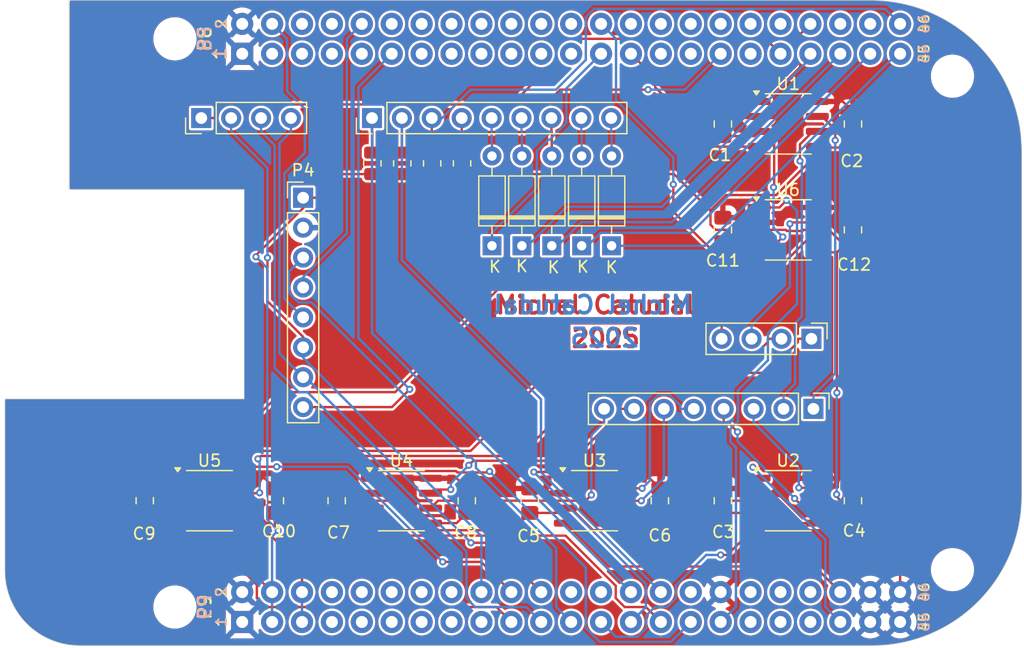
<source format=kicad_pcb>
(kicad_pcb (version 20240108) (generator "pcbnew") (generator_version "8.0")
  (title_block (date "2023-09-10"))
  (layers (0 "F.Cu" signal) (31 "B.Cu" signal) (34 "B.Paste" user) (35 "F.Paste" user) (36 "B.SilkS" user "B.Silkscreen") (37 "F.SilkS" user "F.Silkscreen") (38 "B.Mask" user) (39 "F.Mask" user) (44 "Edge.Cuts" user))
  (net 0 "")
  (net 1 "GND")
  (net 2 "+3.3V")
  (net 3 "+5V")
  (net 4 "/Key_out1")
  (net 5 "Net-(D1-A)")
  (net 6 "Net-(D2-A)")
  (net 7 "/Key_out2")
  (net 8 "/Key_out3")
  (net 9 "Net-(D3-A)")
  (net 10 "/Key_out4")
  (net 11 "Net-(D4-A)")
  (net 12 "/Key_out5")
  (net 13 "Net-(D5-A)")
  (net 14 "/LCD_CLK")
  (net 17 "Net-(J17A-MCAN11_TX{slash}GPIO0_70)")
  (net 19 "Net-(J17B-MCAN2_TX{slash}SPI2_CS0{slash}GPIO0_123)")
  (net 20 "Net-(J17B-MCAN0_RX{slash}I2C2_SCL{slash}GPIO1_2)")
  (net 24 "/Key_in3")
  (net 25 "Net-(J17B-MCAN3_RX{slash}SPI2_D0{slash}GPIO0_127)")
  (net 27 "Net-(J17B-MCAN10_TX{slash}SPI7_CLK{slash}GPIO1_12)")
  (net 28 "/SD_CS")
  (net 30 "/Key_in4")
  (net 31 "Net-(J17A-MCAN11_RX{slash}GPIO0_71)")
  (net 32 "/LCD MOSI")
  (net 33 "/LCD_CS")
  (net 34 "Net-(J17B-MCAN0_TX{slash}I2C2_SDA{slash}GPIO1_2)")
  (net 36 "/LCD_A0")
  (net 37 "Net-(J17A-PRG0_PWM0_B2{slash}GPIO0_60)")
  (net 38 "Net-(J17B-MCAN2_TX{slash}SPI2_CLK{slash}GPIO0_46)")
  (net 39 "Net-(J17A-MCAN9_RX{slash}GPIO0_51)")
  (net 41 "/LCD_RESET")
  (net 42 "/Key_in1")
  (net 43 "Net-(J17B-MCAN9_TX{slash}GPIO0_50)")
  (net 44 "/Key_in2")
  (net 46 "Net-(J17B-MCAN10_RX{slash}SPI7_D1{slash}GPIO1_14)")
  (net 47 "Net-(J17B-MCAN3_TX{slash}SPI2_D1{slash}GPIO1_0)")
  (net 48 "/SD_MISO")
  (net 50 "Net-(P1-Pin_5)")
  (net 51 "Net-(P1-Pin_6)")
  (net 52 "Net-(P1-Pin_4)")
  (net 53 "Net-(P1-Pin_1)")
  (net 54 "Net-(P1-Pin_3)")
  (net 55 "Net-(P1-Pin_2)")
  (net 56 "Net-(P1-Pin_8)")
  (net 57 "Net-(P1-Pin_7)")
  (net 59 "Net-(P2-Pin_3)")
  (net 62 "Net-(P2-Pin_4)")
  (net 63 "Net-(P2-Pin_1)")
  (net 65 "Net-(P2-Pin_2)")
  (footprint "Package_SO:SOIC-8_3.9x4.9mm_P1.27mm" (layer "F.Cu") (at 171.85 97)
    (property "Reference" "U6")
    (property "Value" "MCP2562")
  )
  (footprint "Connector_PinHeader_2.54mm:PinHeader_1x04_P2.54mm_Vertical" (layer "F.Cu") (at 173.82 106.25 -90)
    (property "Reference" "P2" (hide yes))
    (property "Value" "CAN_Group2")
  )
  (footprint "Capacitor_SMD:C_0805_2012Metric_Pad1.18x1.45mm_HandSolder" (layer "F.Cu") (at 117.2 120 90)
    (property "Reference" "C9")
    (property "Value" "0.1uF")
  )
  (footprint "Diode_THT:D_DO-35_SOD27_P7.62mm_Horizontal" (layer "F.Cu") (at 151.77 98.35 90)
    (property "Reference" "D3" (hide yes))
    (property "Value" "1N4448" (hide yes))
  )
  (footprint "Package_SO:SOIC-8_3.9x4.9mm_P1.27mm" (layer "F.Cu") (at 122.7 120)
    (property "Reference" "U5")
    (property "Value" "MCP2562")
  )
  (footprint "Connector_PinHeader_2.54mm:PinHeader_1x08_P2.54mm_Vertical" (layer "F.Cu") (at 130.65 94.27)
    (property "Reference" "P4")
    (property "Value" "LCD")
  )
  (footprint "Connector_PinHeader_2.54mm:PinHeader_1x04_P2.54mm_Vertical" (layer "F.Cu") (at 122 87.5 90)
    (property "Reference" "P3" (hide yes))
    (property "Value" "SD Card")
  )
  (footprint "Capacitor_SMD:C_0805_2012Metric_Pad1.18x1.45mm_HandSolder" (layer "F.Cu") (at 160.95 120 -90)
    (property "Reference" "C6")
    (property "Value" "0.1uF")
  )
  (footprint "Capacitor_SMD:C_0805_2012Metric_Pad1.18x1.45mm_HandSolder" (layer "F.Cu") (at 177.35 88 -90)
    (property "Reference" "C2")
    (property "Value" "0.1uF")
  )
  (footprint "Capacitor_SMD:C_0805_2012Metric_Pad1.18x1.45mm_HandSolder" (layer "F.Cu") (at 144.55 120 -90)
    (property "Reference" "C8")
    (property "Value" "0.1uF")
  )
  (footprint "Capacitor_SMD:C_0805_2012Metric_Pad1.18x1.45mm_HandSolder" (layer "F.Cu") (at 133.5 120 90)
    (property "Reference" "C7")
    (property "Value" "0.1uF")
  )
  (footprint "Diode_THT:D_DO-35_SOD27_P7.62mm_Horizontal" (layer "F.Cu") (at 154.31 98.35 90)
    (property "Reference" "D4" (hide yes))
    (property "Value" "1N4448" (hide yes))
  )
  (footprint "Capacitor_SMD:C_0805_2012Metric_Pad1.18x1.45mm_HandSolder" (layer "F.Cu") (at 166.3 88 90)
    (property "Reference" "C1")
    (property "Value" "0.1uF")
  )
  (footprint "Capacitor_SMD:C_0805_2012Metric_Pad1.18x1.45mm_HandSolder" (layer "F.Cu") (at 128.25 120 -90)
    (property "Reference" "C10")
    (property "Value" "0.1uF")
  )
  (footprint "Diode_THT:D_DO-35_SOD27_P7.62mm_Horizontal" (layer "F.Cu") (at 146.69 98.35 90)
    (property "Reference" "D1" (hide yes))
    (property "Value" "1N4448" (hide yes))
  )
  (footprint "Capacitor_SMD:C_0805_2012Metric_Pad1.18x1.45mm_HandSolder" (layer "F.Cu") (at 166.3 97 90)
    (property "Reference" "C11")
    (property "Value" "0.1uF")
  )
  (footprint "Package_SO:SOIC-8_3.9x4.9mm_P1.27mm" (layer "F.Cu") (at 155.4 120)
    (property "Reference" "U3")
    (property "Value" "MCP2562")
  )
  (footprint "Resistor_SMD:R_0805_2012Metric" (layer "F.Cu") (at 141.61 91.35 90)
    (property "Reference" "R3" (hide yes))
    (property "Value" "10k" (hide yes))
  )
  (footprint "Resistor_SMD:R_0805_2012Metric" (layer "F.Cu") (at 144.15 91.35 90)
    (property "Reference" "R4" (hide yes))
    (property "Value" "10k" (hide yes))
  )
  (footprint "Capacitor_SMD:C_0805_2012Metric_Pad1.18x1.45mm_HandSolder" (layer "F.Cu") (at 149.9 120 90)
    (property "Reference" "C5")
    (property "Value" "0.1uF")
  )
  (footprint "Connector_PinHeader_2.54mm:PinHeader_1x08_P2.54mm_Vertical" (layer "F.Cu") (at 173.99 112.2 -90)
    (property "Reference" "P1" (hide yes))
    (property "Value" "CAN_Group1")
  )
  (footprint "Resistor_SMD:R_0805_2012Metric" (layer "F.Cu") (at 139.07 91.35 90)
    (property "Reference" "R2" (hide yes))
    (property "Value" "10k" (hide yes))
  )
  (footprint "Package_SO:SOIC-8_3.9x4.9mm_P1.27mm" (layer "F.Cu") (at 171.85 88)
    (property "Reference" "U1")
    (property "Value" "MCP2562")
  )
  (footprint "Package_SO:SOIC-8_3.9x4.9mm_P1.27mm" (layer "F.Cu") (at 171.85 120)
    (property "Reference" "U2")
    (property "Value" "MCP2562")
  )
  (footprint "Diode_THT:D_DO-35_SOD27_P7.62mm_Horizontal" (layer "F.Cu") (at 149.23 98.35 90)
    (property "Reference" "D2" (hide yes))
    (property "Value" "1N4448" (hide yes))
  )
  (footprint "Diode_THT:D_DO-35_SOD27_P7.62mm_Horizontal" (layer "F.Cu") (at 156.85 98.35 90)
    (property "Reference" "D5" (hide yes))
    (property "Value" "1N4448" (hide yes))
  )
  (footprint "Connector_PinHeader_2.54mm:PinHeader_1x09_P2.54mm_Vertical" (layer "F.Cu") (at 136.5 87.5 90)
    (property "Reference" "P5" (hide yes))
    (property "Value" "Keypad")
  )
  (footprint "Capacitor_SMD:C_0805_2012Metric_Pad1.18x1.45mm_HandSolder" (layer "F.Cu") (at 177.35 97 -90)
    (property "Reference" "C12")
    (property "Value" "0.1uF")
  )
  (footprint "Package_SO:SOIC-8_3.9x4.9mm_P1.27mm" (layer "F.Cu") (at 139 120)
    (property "Reference" "U4")
    (property "Value" "MCP2562")
  )
  (footprint "Resistor_SMD:R_0805_2012Metric" (layer "F.Cu") (at 136.53 91.35 90)
    (property "Reference" "R1" (hide yes))
    (property "Value" "10k" (hide yes))
  )
  (footprint "Capacitor_SMD:C_0805_2012Metric_Pad1.18x1.45mm_HandSolder" (layer "F.Cu") (at 166.3 120 90)
    (property "Reference" "C3")
    (property "Value" "0.1uF")
  )
  (footprint "Capacitor_SMD:C_0805_2012Metric_Pad1.18x1.45mm_HandSolder" (layer "F.Cu") (at 177.35 120 -90)
    (property "Reference" "C4")
    (property "Value" "0.1uF")
  )
  (footprint "catu:BEAGLE_BONE_BLACK_CAPE" (layer "F.Cu") (at 105.156 132.207)
    (property "Reference" "J17" (hide yes))
    (property "Value" "Beaglebone_AI64" (hide yes))
  )
  (gr_line (start 105.3211 125.9586) (end 105.3211 111.3536) (stroke (width 0.05)) (layer "Edge.Cuts"))
  (gr_line (start 110.75 93.5736) (end 110.75 77.5) (stroke (width 0.05)) (layer "Edge.Cuts"))
  (gr_line (start 125.6411 93.5736) (end 110.75 93.5736) (stroke (width 0.05)) (layer "Edge.Cuts"))
  (gr_line (start 178.9811 132.3086) (end 111.6711 132.3086) (stroke (width 0.05)) (layer "Edge.Cuts"))
  (gr_arc (start 111.6711 132.3086) (mid 107.180972 130.448728) (end 105.3211 125.9586) (stroke (width 0.05)) (layer "Edge.Cuts"))
  (gr_line (start 191.6811 90.3986) (end 191.6811 119.6086) (stroke (width 0.05)) (layer "Edge.Cuts"))
  (gr_line (start 178.9811 77.5) (end 110.75 77.5) (stroke (width 0.05)) (layer "Edge.Cuts"))
  (gr_line (start 105.3211 111.3536) (end 125.6411 111.3536) (stroke (width 0.05)) (layer "Edge.Cuts"))
  (gr_line (start 125.6411 111.3536) (end 125.6411 93.5736) (stroke (width 0.05)) (layer "Edge.Cuts"))
  (gr_arc (start 191.6811 119.6086) (mid 187.961356 128.588856) (end 178.9811 132.3086) (stroke (width 0.05)) (layer "Edge.Cuts"))
  (gr_arc (start 178.9811 77.5) (mid 188.002488 81.319044) (end 191.6811 90.3986) (stroke (width 0.05)) (layer "Edge.Cuts"))
  (gr_text "Michel Catudal" (at 146.85 104.25 -0) (layer "F.Cu") (effects (font (size 1.5 1.5) (thickness 0.3) (bold yes)) (justify left bottom)))
  (gr_text "2025" (at 153.3 107.1 -0) (layer "F.Cu") (effects (font (size 1.5 1.5) (thickness 0.3) (bold yes)) (justify left bottom)))
  (gr_text "2025" (at 159.3 107.05 0) (layer "B.Cu") (effects (font (size 1.5 1.5) (thickness 0.3) (bold yes)) (justify left bottom mirror)))
  (gr_text "Michel Catudal" (at 163.85 104.25 0) (layer "B.Cu") (effects (font (size 1.5 1.5) (thickness 0.3) (bold yes)) (justify left bottom mirror)))
  (segment (start 169.375 119.365) (end 170.35 119.365) (width 0.2) (layer "F.Cu") (net 1))
  (segment (start 177.35 95.9625) (end 178.378 96.9907) (width 0.2) (layer "F.Cu") (net 1))
  (segment (start 125.175 118.095) (end 127.382 118.095) (width 0.2) (layer "F.Cu") (net 1))
  (segment (start 123.655 118.095) (end 125.175 118.095) (width 0.2) (layer "F.Cu") (net 1))
  (segment (start 166.3 86.9625) (end 167.412 86.9625) (width 0.2) (layer "F.Cu") (net 1))
  (segment (start 167.412 86.9625) (end 167.75 87.3) (width 0.2) (layer "F.Cu") (net 1))
  (segment (start 153.9 119.365) (end 155.17 118.095) (width 0.2) (layer "F.Cu") (net 1))
  (segment (start 181.356 122.968) (end 181.356 127.762) (width 0.2) (layer "F.Cu") (net 1))
  (segment (start 167.75 87.3) (end 167.9 87.3) (width 0.2) (layer "F.Cu") (net 1))
  (segment (start 138.77 118.095) (end 141.475 118.095) (width 0.2) (layer "F.Cu") (net 1))
  (segment (start 177.35 86.9625) (end 178.378 87.9907) (width 0.2) (layer "F.Cu") (net 1))
  (segment (start 155.17 118.095) (end 157.875 118.095) (width 0.2) (layer "F.Cu") (net 1))
  (segment (start 136.525 119.365) (end 137.5 119.365) (width 0.2) (layer "F.Cu") (net 1))
  (segment (start 152.925 119.365) (end 153.9 119.365) (width 0.2) (layer "F.Cu") (net 1))
  (segment (start 160.082 118.095) (end 160.95 118.962) (width 0.2) (layer "F.Cu") (net 1))
  (segment (start 171.62 86.095) (end 174.325 86.095) (width 0.2) (layer "F.Cu") (net 1))
  (segment (start 176.482 95.095) (end 177.35 95.9625) (width 0.2) (layer "F.Cu") (net 1))
  (segment (start 167.9 87.3) (end 167.965 87.365) (width 0.2) (layer "F.Cu") (net 1))
  (segment (start 174.325 95.095) (end 176.482 95.095) (width 0.2) (layer "F.Cu") (net 1))
  (segment (start 171.62 118.095) (end 174.325 118.095) (width 0.2) (layer "F.Cu") (net 1))
  (segment (start 160.95 118.962) (end 168.972 118.962) (width 0.2) (layer "F.Cu") (net 1))
  (segment (start 119.822 118.962) (end 120.225 119.365) (width 0.2) (layer "F.Cu") (net 1))
  (segment (start 151.65 119.45) (end 151.735 119.365) (width 0.2) (layer "F.Cu") (net 1))
  (segment (start 166.3 95.9625) (end 167.362 95.9625) (width 0.2) (layer "F.Cu") (net 1))
  (segment (start 134.612 118.962) (end 135.15 119.5) (width 0.2) (layer "F.Cu") (net 1))
  (segment (start 135.485 119.365) (end 136.525 119.365) (width 0.2) (layer "F.Cu") (net 1))
  (segment (start 120.225 119.365) (end 122.385 119.365) (width 0.2) (layer "F.Cu") (net 1))
  (segment (start 176.482 118.095) (end 177.35 118.962) (width 0.2) (layer "F.Cu") (net 1))
  (segment (start 157.875 118.095) (end 160.082 118.095) (width 0.2) (layer "F.Cu") (net 1))
  (segment (start 178.378 87.9907) (end 178.378 94.9343) (width 0.2) (layer "F.Cu") (net 1))
  (segment (start 169.375 96.365) (end 171.085 96.365) (width 0.2) (layer "F.Cu") (net 1))
  (segment (start 167.95 96.4) (end 167.985 96.365) (width 0.2) (layer "F.Cu") (net 1))
  (segment (start 170.35 87.365) (end 171.62 86.095) (width 0.2) (layer "F.Cu") (net 1))
  (segment (start 174.325 86.095) (end 176.482 86.095) (width 0.2) (layer "F.Cu") (net 1))
  (segment (start 167.985 96.365) (end 169.375 96.365) (width 0.2) (layer "F.Cu") (net 1))
  (segment (start 137.5 119.365) (end 138.77 118.095) (width 0.2) (layer "F.Cu") (net 1))
  (segment (start 174.325 118.095) (end 176.482 118.095) (width 0.2) (layer "F.Cu") (net 1))
  (segment (start 122.385 119.365) (end 123.655 118.095) (width 0.2) (layer "F.Cu") (net 1))
  (segment (start 176.482 86.095) (end 177.35 86.9625) (width 0.2) (layer "F.Cu") (net 1))
  (segment (start 143.682 118.095) (end 144.55 118.962) (width 0.2) (layer "F.Cu") (net 1))
  (segment (start 127.382 118.095) (end 128.25 118.962) (width 0.2) (layer "F.Cu") (net 1))
  (segment (start 170.35 119.365) (end 171.62 118.095) (width 0.2) (layer "F.Cu") (net 1))
  (segment (start 178.378 117.934) (end 177.35 118.962) (width 0.2) (layer "F.Cu") (net 1))
  (segment (start 128.25 118.962) (end 134.612 118.962) (width 0.2) (layer "F.Cu") (net 1))
  (segment (start 171.085 96.365) (end 172.355 95.095) (width 0.2) (layer "F.Cu") (net 1))
  (segment (start 135.15 119.5) (end 135.35 119.5) (width 0.2) (layer "F.Cu") (net 1))
  (segment (start 135.35 119.5) (end 135.485 119.365) (width 0.2) (layer "F.Cu") (net 1))
  (segment (start 172.355 95.095) (end 174.325 95.095) (width 0.2) (layer "F.Cu") (net 1))
  (segment (start 168.972 118.962) (end 169.375 119.365) (width 0.2) (layer "F.Cu") (net 1))
  (segment (start 151.162 118.962) (end 151.65 119.45) (width 0.2) (layer "F.Cu") (net 1))
  (segment (start 178.378 94.9343) (end 177.35 95.9625) (width 0.2) (layer "F.Cu") (net 1))
  (segment (start 144.55 118.962) (end 151.162 118.962) (width 0.2) (layer "F.Cu") (net 1))
  (segment (start 177.35 118.962) (end 181.356 122.968) (width 0.2) (layer "F.Cu") (net 1))
  (segment (start 141.475 118.095) (end 143.682 118.095) (width 0.2) (layer "F.Cu") (net 1))
  (segment (start 117.2 118.962) (end 119.822 118.962) (width 0.2) (layer "F.Cu") (net 1))
  (segment (start 167.362 95.9625) (end 167.8 96.4) (width 0.2) (layer "F.Cu") (net 1))
  (segment (start 151.735 119.365) (end 152.925 119.365) (width 0.2) (layer "F.Cu") (net 1))
  (segment (start 178.378 96.9907) (end 178.378 117.934) (width 0.2) (layer "F.Cu") (net 1))
  (segment (start 167.965 87.365) (end 169.375 87.365) (width 0.2) (layer "F.Cu") (net 1))
  (segment (start 169.375 87.365) (end 170.35 87.365) (width 0.2) (layer "F.Cu") (net 1))
  (segment (start 167.8 96.4) (end 167.95 96.4) (width 0.2) (layer "F.Cu") (net 1))
  (segment (start 129.2875 120) (end 137.9404 120) (width 0.2) (layer "F.Cu") (net 2))
  (segment (start 139.07 92.2625) (end 136.53 92.2625) (width 0.2) (layer "F.Cu") (net 2))
  (segment (start 131.8034 94.27) (end 131.8049 94.27) (width 0.2) (layer "F.Cu") (net 2))
  (segment (start 177.35 121.0375) (end 175.9624 119.6499) (width 0.2) (layer "F.Cu") (net 2))
  (segment (start 141.61 92.2625) (end 144.15 92.2625) (width 0.2) (layer "F.Cu") (net 2))
  (segment (start 176.4825 121.905) (end 177.35 121.0375) (width 0.2) (layer "F.Cu") (net 2))
  (segment (start 170.827 94.0397) (end 166.5719 94.0397) (width 0.2) (layer "F.Cu") (net 2))
  (segment (start 139.07 92.2625) (end 141.61 92.2625) (width 0.2) (layer "F.Cu") (net 2))
  (segment (start 171.7343 97.0915) (end 171.6381 96.9953) (width 0.2) (layer "F.Cu") (net 2))
  (segment (start 174.4301 90.0101) (end 174.4301 90.4366) (width 0.2) (layer "F.Cu") (net 2))
  (segment (start 173.0663 97.0915) (end 171.7343 97.0915) (width 0.2) (layer "F.Cu") (net 2))
  (segment (start 176.3477 98.5428) (end 176.3477 98.0375) (width 0.2) (layer "F.Cu") (net 2))
  (segment (start 157.875 121.905) (end 160.0825 121.905) (width 0.2) (layer "F.Cu") (net 2))
  (segment (start 160.95 121.0375) (end 161.9875 120) (width 0.2) (layer "F.Cu") (net 2))
  (segment (start 174.4301 90.0101) (end 174.325 89.905) (width 0.2) (layer "F.Cu") (net 2))
  (segment (start 162.1483 92.2625) (end 144.15 92.2625) (width 0.2) (layer "F.Cu") (net 2))
  (segment (start 171.6381 96.9953) (end 165.6856 96.9953) (width 0.2) (layer "F.Cu") (net 2))
  (segment (start 128.5277 122.5325) (end 128.25 122.2548) (width 0.2) (layer "F.Cu") (net 2))
  (segment (start 166.5719 94.0397) (end 165.2487 95.3629) (width 0.2) (layer "F.Cu") (net 2))
  (segment (start 125.175 124.921) (end 125.175 121.905) (width 0.2) (layer "F.Cu") (net 2))
  (segment (start 161.9875 120) (end 170.9952 120) (width 0.2) (layer "F.Cu") (net 2))
  (segment (start 160.0825 121.905) (end 160.95 121.0375) (width 0.2) (layer "F.Cu") (net 2))
  (segment (start 143.6825 121.905) (end 141.475 121.905) (width 0.2) (layer "F.Cu") (net 2))
  (segment (start 170.9952 120) (end 172.9002 121.905) (width 0.2) (layer "F.Cu") (net 2))
  (segment (start 128.016 127.762) (end 125.175 124.921) (width 0.2) (layer "F.Cu") (net 2))
  (segment (start 176.3774 90.0101) (end 174.4301 90.0101) (width 0.2) (layer "F.Cu") (net 2))
  (segment (start 126.6418 99.1563) (end 126.6418 99.2834) (width 0.2) (layer "F.Cu") (net 2))
  (segment (start 176.3477 98.0375) (end 175.3102 97) (width 0.2) (layer "F.Cu") (net 2))
  (segment (start 175.9855 98.905) (end 176.3477 98.5428) (width 0.2) (layer "F.Cu") (net 2))
  (segment (start 130.65 94.27) (end 131.7033 94.27) (width 0.2) (layer "F.Cu") (net 2))
  (segment (start 175.9624 119.4653) (end 175.9623 119.4653) (width 0.2) (layer "F.Cu") (net 2))
  (segment (start 139.8454 121.905) (end 141.475 121.905) (width 0.2) (layer "F.Cu") (net 2))
  (segment (start 128.25 121.0375) (end 129.2875 120) (width 0.2) (layer "F.Cu") (net 2))
  (segment (start 165.2487 95.3629) (end 162.1483 92.2625) (width 0.2) (layer "F.Cu") (net 2))
  (segment (start 165.2487 96.5584) (end 165.2487 95.3629) (width 0.2) (layer "F.Cu") (net 2))
  (segment (start 130.65 94.27) (end 130.65 95.1481) (width 0.2) (layer "F.Cu") (net 2))
  (segment (start 174.4301 90.4366) (end 170.827 94.0397) (width 0.2) (layer "F.Cu") (net 2))
  (segment (start 175.9855 110.8305) (end 175.9855 98.905) (width 0.2) (layer "F.Cu") (net 2))
  (segment (start 176.3477 98.0375) (end 177.35 98.0375) (width 0.2) (layer "F.Cu") (net 2))
  (segment (start 174.325 121.905) (end 176.4825 121.905) (width 0.2) (layer "F.Cu") (net 2))
  (segment (start 136.53 92.2625) (end 133.8124 92.2625) (width 0.2) (layer "F.Cu") (net 2))
  (segment (start 175.3102 97) (end 173.1578 97) (width 0.2) (layer "F.Cu") (net 2))
  (segment (start 144.55 121.0375) (end 143.6825 121.905) (width 0.2) (layer "F.Cu") (net 2))
  (segment (start 131.7033 94.27) (end 131.8034 94.27) (width 0.2) (layer "F.Cu") (net 2))
  (segment (start 165.6856 96.9953) (end 165.2487 96.5584) (width 0.2) (layer "F.Cu") (net 2))
  (segment (start 128.25 122.2548) (end 128.25 121.0375) (width 0.2) (layer "F.Cu") (net 2))
  (segment (start 173.1578 97) (end 173.0663 97.0915) (width 0.2) (layer "F.Cu") (net 2))
  (segment (start 130.65 95.1481) (end 126.6418 99.1563) (width 0.2) (layer "F.Cu") (net 2))
  (segment (start 172.9002 121.905) (end 174.325 121.905) (width 0.2) (layer "F.Cu") (net 2))
  (segment (start 175.9624 119.6499) (end 175.9624 119.4653) (width 0.2) (layer "F.Cu") (net 2))
  (segment (start 137.9404 120) (end 139.8454 121.905) (width 0.2) (layer "F.Cu") (net 2))
  (segment (start 177.35 89.0375) (end 176.3774 90.0101) (width 0.2) (layer "F.Cu") (net 2))
  (segment (start 175.9855 98.905) (end 174.325 98.905) (width 0.2) (layer "F.Cu") (net 2))
  (segment (start 133.8124 92.2625) (end 131.8049 94.27) (width 0.2) (layer "F.Cu") (net 2))
  (via (at 175.9623 119.4653) (size 0.6) (drill 0.3) (layers "F.Cu" "B.Cu") (net 2))
  (via (at 126.6418 99.2834) (size 0.6) (drill 0.3) (layers "F.Cu" "B.Cu") (net 2))
  (via (at 128.5277 122.5325) (size 0.6) (drill 0.3) (layers "F.Cu" "B.Cu") (net 2))
  (via (at 175.9855 110.8305) (size 0.6) (drill 0.3) (layers "F.Cu" "B.Cu") (net 2))
  (segment (start 127.6077 100.2493) (end 126.6418 99.2834) (width 0.2) (layer "B.Cu") (net 2))
  (segment (start 175.9623 119.4653) (end 175.9623 110.8537) (width 0.2) (layer "B.Cu") (net 2))
  (segment (start 175.9623 110.8537) (end 175.9855 110.8305) (width 0.2) (layer "B.Cu") (net 2))
  (segment (start 128.016 127.762) (end 128.016 130.302) (width 0.2) (layer "B.Cu") (net 2))
  (segment (start 128.5277 122.5325) (end 128.016 123.0442) (width 0.2) (layer "B.Cu") (net 2))
  (segment (start 128.016 123.0442) (end 128.016 127.762) (width 0.2) (layer "B.Cu") (net 2))
  (segment (start 128.5277 122.5325) (end 127.6077 121.6125) (width 0.2) (layer "B.Cu") (net 2))
  (segment (start 127.6077 121.6125) (end 127.6077 100.2493) (width 0.2) (layer "B.Cu") (net 2))
  (segment (start 130.556 127.762) (end 130.556 123.9815) (width 0.2) (layer "F.Cu") (net 3))
  (segment (start 169.375 97.635) (end 168.9725 98.0375) (width 0.2) (layer "F.Cu") (net 3))
  (segment (start 133.5 121.0375) (end 136.1225 121.0375) (width 0.2) (layer "F.Cu") (net 3))
  (segment (start 164.8261 122.5114) (end 166.3 121.0375) (width 0.2) (layer "F.Cu") (net 3))
  (segment (start 130.556 123.9815) (end 128.9243 123.9815) (width 0.2) (layer "F.Cu") (net 3))
  (segment (start 120.86 121.27) (end 120.225 120.635) (width 0.2) (layer "F.Cu") (net 3))
  (segment (start 130.556 123.9815) (end 133.5 121.0375) (width 0.2) (layer "F.Cu") (net 3))
  (segment (start 170.6574 89.56) (end 170.6574 93.3331) (width 0.2) (layer "F.Cu") (net 3))
  (segment (start 149.9 121.0375) (end 152.5225 121.0375) (width 0.2) (layer "F.Cu") (net 3))
  (segment (start 128.9243 123.9815) (end 126.2128 121.27) (width 0.2) (layer "F.Cu") (net 3))
  (segment (start 169.838 100.0706) (end 149.1793 100.0706) (width 0.2) (layer "F.Cu") (net 3))
  (segment (start 136.525 120.635) (end 137.126 120.635) (width 0.2) (layer "F.Cu") (net 3))
  (segment (start 170.5772 98.4105) (end 170.6834 98.5168) (width 0.2) (layer "F.Cu") (net 3))
  (segment (start 126.2128 121.27) (end 120.86 121.27) (width 0.2) (layer "F.Cu") (net 3))
  (segment (start 115.7033 119.7045) (end 117.0363 121.0375) (width 0.2) (layer "F.Cu") (net 3))
  (segment (start 153.3973 120.635) (end 155.2737 122.5114) (width 0.2) (layer "F.Cu") (net 3))
  (segment (start 118.953 114.9106) (end 115.7033 118.1603) (width 0.2) (layer "F.Cu") (net 3))
  (segment (start 168.9725 98.0375) (end 166.3 98.0375) (width 0.2) (layer "F.Cu") (net 3))
  (segment (start 137.126 120.635) (end 139.0015 122.5105) (width 0.2) (layer "F.Cu") (net 3))
  (segment (start 115.7033 118.1603) (end 115.7033 119.7045) (width 0.2) (layer "F.Cu") (net 3))
  (segment (start 139.0015 122.5105) (end 148.427 122.5105) (width 0.2) (layer "F.Cu") (net 3))
  (segment (start 168.9725 121.0375) (end 169.375 120.635) (width 0.2) (layer "F.Cu") (net 3))
  (segment (start 168.9725 89.0375) (end 169.375 88.635) (width 0.2) (layer "F.Cu") (net 3))
  (segment (start 152.925 120.635) (end 153.3973 120.635) (width 0.2) (layer "F.Cu") (net 3))
  (segment (start 170.5772 98.4105) (end 169.8016 97.635) (width 0.2) (layer "F.Cu") (net 3))
  (segment (start 171.3875 97.6002) (end 170.5772 98.4105) (width 0.2) (layer "F.Cu") (net 3))
  (segment (start 166.3 89.0375) (end 168.9725 89.0375) (width 0.2) (layer "F.Cu") (net 3))
  (segment (start 117.6025 120.635) (end 117.2 121.0375) (width 0.2) (layer "F.Cu") (net 3))
  (segment (start 117.0363 121.0375) (end 117.2 121.0375) (width 0.2) (layer "F.Cu") (net 3))
  (segment (start 169.375 88.635) (end 169.7324 88.635) (width 0.2) (layer "F.Cu") (net 3))
  (segment (start 120.225 120.635) (end 117.6025 120.635) (width 0.2) (layer "F.Cu") (net 3))
  (segment (start 138.4699 110.78) (end 128.8041 110.78) (width 0.2) (layer "F.Cu") (net 3))
  (segment (start 166.3 121.0375) (end 168.9725 121.0375) (width 0.2) (layer "F.Cu") (net 3))
  (segment (start 170.6834 99.2252) (end 169.838 100.0706) (width 0.2) (layer "F.Cu") (net 3))
  (segment (start 152.5225 121.0375) (end 152.925 120.635) (width 0.2) (layer "F.Cu") (net 3))
  (segment (start 136.1225 121.0375) (end 136.525 120.635) (width 0.2) (layer "F.Cu") (net 3))
  (segment (start 128.8041 110.78) (end 124.6735 114.9106) (width 0.2) (layer "F.Cu") (net 3))
  (segment (start 155.2737 122.5114) (end 164.8261 122.5114) (width 0.2) (layer "F.Cu") (net 3))
  (segment (start 149.1793 100.0706) (end 138.4699 110.78) (width 0.2) (layer "F.Cu") (net 3))
  (segment (start 148.427 122.5105) (end 149.9 121.0375) (width 0.2) (layer "F.Cu") (net 3))
  (segment (start 170.6834 98.5168) (end 170.6834 99.2252) (width 0.2) (layer "F.Cu") (net 3))
  (segment (start 124.6735 114.9106) (end 118.953 114.9106) (width 0.2) (layer "F.Cu") (net 3))
  (segment (start 169.8016 97.635) (end 169.375 97.635) (width 0.2) (layer "F.Cu") (net 3))
  (segment (start 170.6574 93.3331) (end 170.604 93.3865) (width 0.2) (layer "F.Cu") (net 3))
  (segment (start 169.7324 88.635) (end 170.6574 89.56) (width 0.2) (layer "F.Cu") (net 3))
  (via (at 170.604 93.3865) (size 0.6) (drill 0.3) (layers "F.Cu" "B.Cu") (net 3))
  (via (at 171.3875 97.6002) (size 0.6) (drill 0.3) (layers "F.Cu" "B.Cu") (net 3))
  (segment (start 170.604 96.8167) (end 171.3875 97.6002) (width 0.2) (layer "B.Cu") (net 3))
  (segment (start 130.556 127.762) (end 130.556 130.302) (width 0.2) (layer "B.Cu") (net 3))
  (segment (start 170.604 93.3865) (end 170.604 96.8167) (width 0.2) (layer "B.Cu") (net 3))
  (segment (start 153.01 84.988) (end 153.01 87.9295) (width 0.2) (layer "B.Cu") (net 4))
  (segment (start 151.469 89.3319) (end 150.5 90.3009) (width 0.2) (layer "B.Cu") (net 4))
  (segment (start 155.956 82.042) (end 153.01 84.988) (width 0.2) (layer "B.Cu") (net 4))
  (segment (start 150.5 90.3009) (end 150.5 93.4351) (width 0.2) (layer "B.Cu") (net 4))
  (segment (start 153.01 87.9295) (end 151.6076 89.3319) (width 0.2) (layer "B.Cu") (net 4))
  (segment (start 146.69 98.35) (end 146.69 97.2451) (width 0.2) (layer "B.Cu") (net 4))
  (segment (start 151.6076 89.3319) (end 151.469 89.3319) (width 0.2) (layer "B.Cu") (net 4))
  (segment (start 150.5 93.4351) (end 146.69 97.2451) (width 0.2) (layer "B.Cu") (net 4))
  (segment (start 146.66 89.6051) (end 146.69 89.6351) (width 0.2) (layer "B.Cu") (net 5))
  (segment (start 146.69 90.74) (end 146.69 89.6351) (width 0.2) (layer "B.Cu") (net 5))
  (segment (start 146.66 87.5) (end 146.66 89.6051) (width 0.2) (layer "B.Cu") (net 5))
  (segment (start 149.23 88.6849) (end 149.23 90.73) (width 0.2) (layer "B.Cu") (net 6))
  (segment (start 149.2 88.6549) (end 149.23 88.6849) (width 0.2) (layer "B.Cu") (net 6))
  (segment (start 149.2 87.5) (end 149.2 88.6549) (width 0.2) (layer "B.Cu") (net 6))
  (segment (start 149.7306 98.35) (end 153.0457 95.0349) (width 0.2) (layer "B.Cu") (net 7))
  (segment (start 161.1219 95.0349) (end 173.736 82.4208) (width 0.2) (layer "B.Cu") (net 7))
  (segment (start 173.736 82.4208) (end 173.736 82.042) (width 0.2) (layer "B.Cu") (net 7))
  (segment (start 153.0457 95.0349) (end 161.1219 95.0349) (width 0.2) (layer "B.Cu") (net 7))
  (segment (start 149.23 98.35) (end 149.7306 98.35) (width 0.2) (layer "B.Cu") (net 7))
  (segment (start 152.2706 98.35) (end 151.77 98.35) (width 0.2) (layer "B.Cu") (net 8))
  (segment (start 161.9756 96.3424) (end 154.2782 96.3424) (width 0.2) (layer "B.Cu") (net 8))
  (segment (start 176.276 82.042) (end 161.9756 96.3424) (width 0.2) (layer "B.Cu") (net 8))
  (segment (start 154.2782 96.3424) (end 152.2706 98.35) (width 0.2) (layer "B.Cu") (net 8))
  (segment (start 151.74 87.5) (end 151.74 88.6549) (width 0.2) (layer "F.Cu") (net 9))
  (segment (start 151.74 88.6549) (end 151.77 88.6849) (width 0.2) (layer "F.Cu") (net 9))
  (segment (start 151.77 88.6849) (end 151.77 90.73) (width 0.2) (layer "F.Cu") (net 9))
  (segment (start 155.9155 97.2451) (end 154.8106 98.35) (width 0.2) (layer "B.Cu") (net 10))
  (segment (start 163.6129 97.2451) (end 155.9155 97.2451) (width 0.2) (layer "B.Cu") (net 10))
  (segment (start 154.8106 98.35) (end 154.31 98.35) (width 0.2) (layer "B.Cu") (net 10))
  (segment (start 178.816 82.042) (end 163.6129 97.2451) (width 0.2) (layer "B.Cu") (net 10))
  (segment (start 154.28 87.5) (end 154.28 88.6549) (width 0.2) (layer "B.Cu") (net 11))
  (segment (start 154.31 88.6849) (end 154.31 90.73) (width 0.2) (layer "B.Cu") (net 11))
  (segment (start 154.28 88.6549) (end 154.31 88.6849) (width 0.2) (layer "B.Cu") (net 11))
  (segment (start 181.356 82.042) (end 181.0931 82.042) (width 0.2) (layer "B.Cu") (net 12))
  (segment (start 164.7851 98.35) (end 157.9549 98.35) (width 0.2) (layer "B.Cu") (net 12))
  (segment (start 181.0931 82.042) (end 164.7851 98.35) (width 0.2) (layer "B.Cu") (net 12))
  (segment (start 156.85 98.35) (end 157.9549 98.35) (width 0.2) (layer "B.Cu") (net 12))
  (segment (start 156.85 88.6849) (end 156.85 90.73) (width 0.2) (layer "B.Cu") (net 13))
  (segment (start 156.82 87.5) (end 156.82 88.6549) (width 0.2) (layer "B.Cu") (net 13))
  (segment (start 156.82 88.6549) (end 156.85 88.6849) (width 0.2) (layer "B.Cu") (net 13))
  (segment (start 150.876 127.762) (end 146.6861 123.5721) (width 0.2) (layer "F.Cu") (net 14))
  (segment (start 146.6861 123.5721) (end 144.906 123.5721) (width 0.2) (layer "F.Cu") (net 14))
  (via (at 144.906 123.5721) (size 0.6) (drill 0.3) (layers "F.Cu" "B.Cu") (net 14))
  (segment (start 129.62 87.5) (end 129.62 88.6549) (width 0.2) (layer "B.Cu") (net 14))
  (segment (start 130.65 109.51) (end 130.8439 109.51) (width 0.2) (layer "B.Cu") (net 14))
  (segment (start 130.8439 109.51) (end 144.906 123.5721) (width 0.2) (layer "B.Cu") (net 14))
  (segment (start 128.6428 89.6321) (end 129.62 88.6549) (width 0.2) (layer "B.Cu") (net 14))
  (segment (start 130.65 109.51) (end 128.6428 107.5028) (width 0.2) (layer "B.Cu") (net 14))
  (segment (start 128.6428 107.5028) (end 128.6428 89.6321) (width 0.2) (layer "B.Cu") (net 14))
  (segment (start 172.466 80.772) (end 172.466 83.004) (width 0.2) (layer "F.Cu") (net 17))
  (segment (start 173.736 79.502) (end 172.466 80.772) (width 0.2) (layer "F.Cu") (net 17))
  (segment (start 172.466 83.004) (end 169.375 86.095) (width 0.2) (layer "F.Cu") (net 17))
  (segment (start 174.1029 125.5889) (end 176.276 127.762) (width 0.2) (layer "F.Cu") (net 19))
  (segment (start 156.6089 125.5889) (end 174.1029 125.5889) (width 0.2) (layer "F.Cu") (net 19))
  (segment (start 152.925 121.905) (end 156.6089 125.5889) (width 0.2) (layer "F.Cu") (net 19))
  (segment (start 148.336 130.302) (end 147.066 129.032) (width 0.2) (layer "F.Cu") (net 20))
  (segment (start 147.066 129.032) (end 127.4804 129.032) (width 0.2) (layer "F.Cu") (net 20))
  (segment (start 126.7207 127.1428) (end 121.4829 121.905) (width 0.2) (layer "F.Cu") (net 20))
  (segment (start 126.7207 128.2723) (end 126.7207 127.1428) (width 0.2) (layer "F.Cu") (net 20))
  (segment (start 127.4804 129.032) (end 126.7207 128.2723) (width 0.2) (layer "F.Cu") (net 20))
  (segment (start 121.4829 121.905) (end 120.225 121.905) (width 0.2) (layer "F.Cu") (net 20))
  (segment (start 141.58 87.5) (end 141.58 88.6549) (width 0.2) (layer "F.Cu") (net 24))
  (segment (start 141.61 88.6849) (end 141.61 90.4375) (width 0.2) (layer "F.Cu") (net 24))
  (segment (start 141.58 88.6549) (end 141.61 88.6849) (width 0.2) (layer "F.Cu") (net 24))
  (segment (start 180.0815 78.2275) (end 155.3622 78.2275) (width 0.2) (layer "B.Cu") (net 24))
  (segment (start 154.6607 82.56) (end 152.1261 85.0946) (width 0.2) (layer "B.Cu") (net 24))
  (segment (start 144.871 85.0946) (end 142.4656 87.5) (width 0.2) (layer "B.Cu") (net 24))
  (segment (start 152.1261 85.0946) (end 144.871 85.0946) (width 0.2) (layer "B.Cu") (net 24))
  (segment (start 181.356 79.502) (end 180.0815 78.2275) (width 0.2) (layer "B.Cu") (net 24))
  (segment (start 155.3622 78.2275) (end 154.6607 78.929) (width 0.2) (layer "B.Cu") (net 24))
  (segment (start 154.6607 78.929) (end 154.6607 82.56) (width 0.2) (layer "B.Cu") (net 24))
  (segment (start 142.4656 87.5) (end 141.58 87.5) (width 0.2) (layer "B.Cu") (net 24))
  (segment (start 166.1151 124.606) (end 166.674 124.606) (width 0.2) (layer "F.Cu") (net 25))
  (segment (start 166.674 124.606) (end 169.375 121.905) (width 0.2) (layer "F.Cu") (net 25))
  (via (at 166.1151 124.606) (size 0.6) (drill 0.3) (layers "F.Cu" "B.Cu") (net 25))
  (segment (start 162.306 128.2976) (end 162.306 127.1858) (width 0.2) (layer "B.Cu") (net 25))
  (segment (start 160.5132 129.032) (end 161.5716 129.032) (width 0.2) (layer "B.Cu") (net 25))
  (segment (start 155.956 130.302) (end 157.2097 131.5557) (width 0.2) (layer "B.Cu") (net 25))
  (segment (start 159.0539 131.5557) (end 159.7913 130.8183) (width 0.2) (layer "B.Cu") (net 25))
  (segment (start 161.5716 129.032) (end 162.306 128.2976) (width 0.2) (layer "B.Cu") (net 25))
  (segment (start 159.7913 129.7539) (end 160.5132 129.032) (width 0.2) (layer "B.Cu") (net 25))
  (segment (start 157.2097 131.5557) (end 159.0539 131.5557) (width 0.2) (layer "B.Cu") (net 25))
  (segment (start 162.306 127.1858) (end 164.8858 124.606) (width 0.2) (layer "B.Cu") (net 25))
  (segment (start 159.7913 130.8183) (end 159.7913 129.7539) (width 0.2) (layer "B.Cu") (net 25))
  (segment (start 164.8858 124.606) (end 166.1151 124.606) (width 0.2) (layer "B.Cu") (net 25))
  (segment (start 137.1403 117.4797) (end 143.6382 117.4797) (width 0.2) (layer "F.Cu") (net 27))
  (segment (start 146.3936 117.6022) (end 146.485 117.5108) (width 0.2) (layer "F.Cu") (net 27))
  (segment (start 143.6382 117.4797) (end 143.7607 117.6022) (width 0.2) (layer "F.Cu") (net 27))
  (segment (start 143.7607 117.6022) (end 146.3936 117.6022) (width 0.2) (layer "F.Cu") (net 27))
  (segment (start 136.525 118.095) (end 137.1403 117.4797) (width 0.2) (layer "F.Cu") (net 27))
  (via (at 146.485 117.5108) (size 0.6) (drill 0.3) (layers "F.Cu" "B.Cu") (net 27))
  (segment (start 161.8906 131.9874) (end 163.576 130.302) (width 0.2) (layer "B.Cu") (net 27))
  (segment (start 155.8392 131.9874) (end 161.8906 131.9874) (width 0.2) (layer "B.Cu") (net 27))
  (segment (start 154.6619 130.8101) (end 155.8392 131.9874) (width 0.2) (layer "B.Cu") (net 27))
  (segment (start 146.485 117.5108) (end 154.6619 125.6877) (width 0.2) (layer "B.Cu") (net 27))
  (segment (start 154.6619 125.6877) (end 154.6619 130.8101) (width 0.2) (layer "B.Cu") (net 27))
  (segment (start 152.146 82.5642) (end 152.146 81.5064) (width 0.2) (layer "F.Cu") (net 28))
  (segment (start 148.3651 86.3451) (end 152.146 82.5642) (width 0.2) (layer "F.Cu") (net 28))
  (segment (start 122 87.5) (end 123.1549 87.5) (width 0.2) (layer "F.Cu") (net 28))
  (segment (start 152.146 81.5064) (end 152.8804 80.772) (width 0.2) (layer "F.Cu") (net 28))
  (segment (start 123.1549 87.5) (end 123.1549 87.2112) (width 0.2) (layer "F.Cu") (net 28))
  (segment (start 169.926 80.772) (end 171.196 82.042) (width 0.2) (layer "F.Cu") (net 28))
  (segment (start 152.8804 80.772) (end 169.926 80.772) (width 0.2) (layer "F.Cu") (net 28))
  (segment (start 124.021 86.3451) (end 148.3651 86.3451) (width 0.2) (layer "F.Cu") (net 28))
  (segment (start 123.1549 87.2112) (end 124.021 86.3451) (width 0.2) (layer "F.Cu") (net 28))
  (segment (start 150.3549 88.0446) (end 149.7146 88.6849) (width 0.2) (layer "F.Cu") (net 30))
  (segment (start 144.15 88.6849) (end 144.15 90.4375) (width 0.2) (layer "F.Cu") (net 30))
  (segment (start 149.7146 88.6849) (end 144.15 88.6849) (width 0.2) (layer "F.Cu") (net 30))
  (segment (start 152.4862 85.0876) (end 150.3549 87.2189) (width 0.2) (layer "F.Cu") (net 30))
  (segment (start 150.3549 87.2189) (end 150.3549 88.0446) (width 0.2) (layer "F.Cu") (net 30))
  (segment (start 144.12 87.5) (end 144.12 88.6549) (width 0.2) (layer "F.Cu") (net 30))
  (segment (start 144.12 88.6549) (end 144.15 88.6849) (width 0.2) (layer "F.Cu") (net 30))
  (segment (start 159.9458 85.0876) (end 152.4862 85.0876) (width 0.2) (layer "F.Cu") (net 30))
  (via (at 159.9458 85.0876) (size 0.6) (drill 0.3) (layers "F.Cu" "B.Cu") (net 30))
  (segment (start 166.116 82.042) (end 163.0704 85.0876) (width 0.2) (layer "B.Cu") (net 30))
  (segment (start 163.0704 85.0876) (end 159.9458 85.0876) (width 0.2) (layer "B.Cu") (net 30))
  (segment (start 169.3491 89.9309) (end 165.5949 89.9309) (width 0.2) (layer "F.Cu") (net 31))
  (segment (start 165.5949 89.9309) (end 160.5507 84.8867) (width 0.2) (layer "F.Cu") (net 31))
  (segment (start 160.5507 84.0967) (end 158.496 82.042) (width 0.2) (layer "F.Cu") (net 31))
  (segment (start 169.375 89.905) (end 169.3491 89.9309) (width 0.2) (layer "F.Cu") (net 31))
  (segment (start 160.5507 84.8867) (end 160.5507 84.0967) (width 0.2) (layer "F.Cu") (net 31))
  (segment (start 127.6237 99.37) (end 127.6237 103.0581) (width 0.2) (layer "F.Cu") (net 32))
  (segment (start 130.65 106.0844) (end 130.65 106.97) (width 0.2) (layer "F.Cu") (net 32))
  (segment (start 127.6237 103.0581) (end 130.65 106.0844) (width 0.2) (layer "F.Cu") (net 32))
  (via (at 127.6237 99.37) (size 0.6) (drill 0.3) (layers "F.Cu" "B.Cu") (net 32))
  (segment (start 127.6237 91.7386) (end 127.6237 99.37) (width 0.2) (layer "B.Cu") (net 32))
  (segment (start 145.796 123.0017) (end 145.796 127.762) (width 0.2) (layer "B.Cu") (net 32))
  (segment (start 130.65 107.8557) (end 145.796 123.0017) (width 0.2) (layer "B.Cu") (net 32))
  (segment (start 124.54 88.6549) (end 127.6237 91.7386) (width 0.2) (layer "B.Cu") (net 32))
  (segment (start 124.54 87.5) (end 124.54 88.6549) (width 0.2) (layer "B.Cu") (net 32))
  (segment (start 130.65 106.97) (end 130.65 107.8557) (width 0.2) (layer "B.Cu") (net 32))
  (segment (start 129.4644 102.3473) (end 129.4644 100.5356) (width 0.2) (layer "B.Cu") (net 33))
  (segment (start 145.3268 116.7335) (end 144.9283 116.335) (width 0.2) (layer "B.Cu") (net 33))
  (segment (start 152.146 129.032) (end 152.146 124.0271) (width 0.2) (layer "B.Cu") (net 33))
  (segment (start 152.146 124.0271) (end 145.3268 117.2079) (width 0.2) (layer "B.Cu") (net 33))
  (segment (start 153.416 130.302) (end 152.146 129.032) (width 0.2) (layer "B.Cu") (net 33))
  (segment (start 131.3724 103.16) (end 130.2771 103.16) (width 0.2) (layer "B.Cu") (net 33))
  (segment (start 144.5474 116.335) (end 131.3724 103.16) (width 0.2) (layer "B.Cu") (net 33))
  (segment (start 145.3268 117.2079) (end 145.3268 116.7335) (width 0.2) (layer "B.Cu") (net 33))
  (segment (start 130.2771 103.16) (end 129.4644 102.3473) (width 0.2) (layer "B.Cu") (net 33))
  (segment (start 129.4644 100.5356) (end 130.65 99.35) (width 0.2) (layer "B.Cu") (net 33))
  (segment (start 144.9283 116.335) (end 144.5474 116.335) (width 0.2) (layer "B.Cu") (net 33))
  (segment (start 121.2028 117.1172) (end 120.225 118.095) (width 0.2) (layer "F.Cu") (net 34))
  (segment (start 148.336 127.762) (end 145.771 125.197) (width 0.2) (layer "F.Cu") (net 34))
  (segment (start 145.771 125.197) (end 142.506 125.197) (width 0.2) (layer "F.Cu") (net 34))
  (segment (start 128.404 117.1172) (end 121.2028 117.1172) (width 0.2) (layer "F.Cu") (net 34))
  (via (at 142.506 125.197) (size 0.6) (drill 0.3) (layers "F.Cu" "B.Cu") (net 34))
  (via (at 128.404 117.1172) (size 0.6) (drill 0.3) (layers "F.Cu" "B.Cu") (net 34))
  (segment (start 142.506 125.197) (end 134.4262 117.1172) (width 0.2) (layer "B.Cu") (net 34))
  (segment (start 134.4262 117.1172) (end 128.404 117.1172) (width 0.2) (layer "B.Cu") (net 34))
  (segment (start 129.286 80.772) (end 129.286 85.2208) (width 0.2) (layer "B.Cu") (net 36))
  (segment (start 129.0592 102.8392) (end 130.65 104.43) (width 0.2) (layer "B.Cu") (net 36))
  (segment (start 130.7965 86.7313) (end 130.7965 90.4656) (width 0.2) (layer "B.Cu") (net 36))
  (segment (start 129.0592 92.2029) (end 129.0592 102.8392) (width 0.2) (layer "B.Cu") (net 36))
  (segment (start 128.016 79.502) (end 129.286 80.772) (width 0.2) (layer "B.Cu") (net 36))
  (segment (start 130.7965 90.4656) (end 129.0592 92.2029) (width 0.2) (layer "B.Cu") (net 36))
  (segment (start 129.286 85.2208) (end 130.7965 86.7313) (width 0.2) (layer "B.Cu") (net 36))
  (segment (start 138.1916 112.05) (end 130.65 112.05) (width 0.2) (layer "F.Cu") (net 37))
  (segment (start 139.7024 110.5392) (end 138.1916 112.05) (width 0.2) (layer "F.Cu") (net 37))
  (via (at 139.7024 110.5392) (size 0.6) (drill 0.3) (layers "F.Cu" "B.Cu") (net 37))
  (segment (start 135.3451 106.1819) (end 139.7024 110.5392) (width 0.2) (layer "B.Cu") (net 37))
  (segment (start 138.176 82.042) (end 135.3451 84.8729) (width 0.2) (layer "B.Cu") (net 37))
  (segment (start 135.3451 84.8729) (end 135.3451 106.1819) (width 0.2) (layer "B.Cu") (net 37))
  (segment (start 150.247 117.5613) (end 152.3913 117.5613) (width 0.2) (layer "F.Cu") (net 38))
  (segment (start 152.3913 117.5613) (end 152.925 118.095) (width 0.2) (layer "F.Cu") (net 38))
  (via (at 150.247 117.5613) (size 0.6) (drill 0.3) (layers "F.Cu" "B.Cu") (net 38))
  (segment (start 158.496 130.302) (end 159.766 129.032) (width 0.2) (layer "B.Cu") (net 38))
  (segment (start 159.766 127.0803) (end 150.247 117.5613) (width 0.2) (layer "B.Cu") (net 38))
  (segment (start 159.766 129.032) (end 159.766 127.0803) (width 0.2) (layer "B.Cu") (net 38))
  (segment (start 162.0912 93.1355) (end 162.0912 95.4452) (width 0.2) (layer "F.Cu") (net 39))
  (segment (start 169.3012 98.9788) (end 169.375 98.905) (width 0.2) (layer "F.Cu") (net 39))
  (segment (start 165.6248 98.9788) (end 169.3012 98.9788) (width 0.2) (layer "F.Cu") (net 39))
  (segment (start 162.0912 95.4452) (end 165.6248 98.9788) (width 0.2) (layer "F.Cu") (net 39))
  (via (at 162.0912 93.1355) (size 0.6) (drill 0.3) (layers "F.Cu" "B.Cu") (net 39))
  (segment (start 162.0912 90.8364) (end 162.0912 93.1355) (width 0.2) (layer "B.Cu") (net 39))
  (segment (start 155.956 79.502) (end 157.226 80.772) (width 0.2) (layer "B.Cu") (net 39))
  (segment (start 157.226 80.772) (end 157.226 85.9712) (width 0.2) (layer "B.Cu") (net 39))
  (segment (start 157.226 85.9712) (end 162.0912 90.8364) (width 0.2) (layer "B.Cu") (net 39))
  (segment (start 134.366 97.2883) (end 130.65 101.0043) (width 0.2) (layer "B.Cu") (net 41))
  (segment (start 134.366 80.772) (end 134.366 97.2883) (width 0.2) (layer "B.Cu") (net 41))
  (segment (start 135.636 79.502) (end 134.366 80.772) (width 0.2) (layer "B.Cu") (net 41))
  (segment (start 130.65 101.0043) (end 130.65 101.89) (width 0.2) (layer "B.Cu") (net 41))
  (segment (start 136.5 87.5) (end 136.5 88.6549) (width 0.2) (layer "F.Cu") (net 42))
  (segment (start 136.5 88.6549) (end 136.53 88.6849) (width 0.2) (layer "F.Cu") (net 42))
  (segment (start 136.53 88.6849) (end 136.53 90.4375) (width 0.2) (layer "F.Cu") (net 42))
  (segment (start 158.496 127.762) (end 136.5 105.766) (width 0.2) (layer "B.Cu") (net 42))
  (segment (start 136.5 105.766) (end 136.5 87.5) (width 0.2) (layer "B.Cu") (net 42))
  (segment (start 171.1019 95.095) (end 171.7042 94.4927) (width 0.2) (layer "F.Cu") (net 43))
  (segment (start 169.375 95.095) (end 171.1019 95.095) (width 0.2) (layer "F.Cu") (net 43))
  (via (at 171.7042 94.4927) (size 0.6) (drill 0.3) (layers "F.Cu" "B.Cu") (net 43))
  (segment (start 166.9375 113.9061) (end 167.5866 113.257) (width 0.2) (layer "B.Cu") (net 43))
  (segment (start 166.9375 114.998) (end 166.9375 113.9061) (width 0.2) (layer "B.Cu") (net 43))
  (segment (start 172.5974 95.3859) (end 171.7042 94.4927) (width 0.2) (layer "B.Cu") (net 43))
  (segment (start 167.5866 113.257) (end 167.5866 110.62) (width 0.2) (layer "B.Cu") (net 43))
  (segment (start 167.5866 110.62) (end 170.1251 108.0815) (width 0.2) (layer "B.Cu") (net 43))
  (segment (start 167.4111 115.4716) (end 166.9375 114.998) (width 0.2) (layer "B.Cu") (net 43))
  (segment (start 166.116 130.302) (end 167.4111 129.0069) (width 0.2) (layer "B.Cu") (net 43))
  (segment (start 167.4111 129.0069) (end 167.4111 115.4716) (width 0.2) (layer "B.Cu") (net 43))
  (segment (start 172.5974 103.2993) (end 172.5974 95.3859) (width 0.2) (layer "B.Cu") (net 43))
  (segment (start 170.1251 105.7716) (end 172.5974 103.2993) (width 0.2) (layer "B.Cu") (net 43))
  (segment (start 170.1251 108.0815) (end 170.1251 105.7716) (width 0.2) (layer "B.Cu") (net 43))
  (segment (start 139.04 90.4075) (end 139.07 90.4375) (width 0.2) (layer "F.Cu") (net 44))
  (segment (start 139.04 87.5) (end 139.04 90.4075) (width 0.2) (layer "F.Cu") (net 44))
  (segment (start 139.04 99.5708) (end 139.04 87.5) (width 0.2) (layer "B.Cu") (net 44))
  (segment (start 161.036 127.762) (end 150.8519 117.5779) (width 0.2) (layer "B.Cu") (net 44))
  (segment (start 150.8519 111.3827) (end 139.04 99.5708) (width 0.2) (layer "B.Cu") (net 44))
  (segment (start 150.8519 117.5779) (end 150.8519 111.3827) (width 0.2) (layer "B.Cu") (net 44))
  (segment (start 157.2007 128.2723) (end 157.2007 127.2265) (width 0.2) (layer "F.Cu") (net 46))
  (segment (start 137.5872 122.9672) (end 136.525 121.905) (width 0.2) (layer "F.Cu") (net 46))
  (segment (start 159.766 129.032) (end 157.9604 129.032) (width 0.2) (layer "F.Cu") (net 46))
  (segment (start 157.9604 129.032) (end 157.2007 128.2723) (width 0.2) (layer "F.Cu") (net 46))
  (segment (start 157.2007 127.2265) (end 152.9414 122.9672) (width 0.2) (layer "F.Cu") (net 46))
  (segment (start 152.9414 122.9672) (end 137.5872 122.9672) (width 0.2) (layer "F.Cu") (net 46))
  (segment (start 161.036 130.302) (end 159.766 129.032) (width 0.2) (layer "F.Cu") (net 46))
  (segment (start 169.375 117.6856) (end 169.375 118.095) (width 0.2) (layer "F.Cu") (net 47))
  (segment (start 168.8427 117.1533) (end 169.375 117.6856) (width 0.2) (layer "F.Cu") (net 47))
  (via (at 168.8427 117.1533) (size 0.6) (drill 0.3) (layers "F.Cu" "B.Cu") (net 47))
  (segment (start 175.006 129.032) (end 175.006 123.3166) (width 0.2) (layer "B.Cu") (net 47))
  (segment (start 176.276 130.302) (end 175.006 129.032) (width 0.2) (layer "B.Cu") (net 47))
  (segment (start 175.006 123.3166) (end 168.8427 117.1533) (width 0.2) (layer "B.Cu") (net 47))
  (segment (start 144.5261 124.2928) (end 131.0133 110.78) (width 0.2) (layer "B.Cu") (net 48))
  (segment (start 149.606 129.032) (end 145.2604 129.032) (width 0.2) (layer "B.Cu") (net 48))
  (segment (start 144.5261 128.2977) (end 144.5261 124.2928) (width 0.2) (layer "B.Cu") (net 48))
  (segment (start 131.0133 110.78) (end 130.2832 110.78) (width 0.2) (layer "B.Cu") (net 48))
  (segment (start 128.2334 89.8083) (end 127.08 88.6549) (width 0.2) (layer "B.Cu") (net 48))
  (segment (start 128.2334 108.7302) (end 128.2334 89.8083) (width 0.2) (layer "B.Cu") (net 48))
  (segment (start 127.08 87.5) (end 127.08 88.6549) (width 0.2) (layer "B.Cu") (net 48))
  (segment (start 130.2832 110.78) (end 128.2334 108.7302) (width 0.2) (layer "B.Cu") (net 48))
  (segment (start 150.876 130.302) (end 149.606 129.032) (width 0.2) (layer "B.Cu") (net 48))
  (segment (start 145.2604 129.032) (end 144.5261 128.2977) (width 0.2) (layer "B.Cu") (net 48))
  (segment (start 159.4459 118.9507) (end 158.2893 118.9507) (width 0.2) (layer "F.Cu") (net 50))
  (segment (start 158.2893 118.9507) (end 157.875 119.365) (width 0.2) (layer "F.Cu") (net 50))
  (via (at 159.4459 118.9507) (size 0.6) (drill 0.3) (layers "F.Cu" "B.Cu") (net 50))
  (segment (start 160.1024 111.7228) (end 160.1024 118.2942) (width 0.2) (layer "B.Cu") (net 50))
  (segment (start 162.6751 112.2) (end 162.6751 111.9113) (width 0.2) (layer "B.Cu") (net 50))
  (segment (start 163.83 112.2) (end 162.6751 112.2) (width 0.2) (layer "B.Cu") (net 50))
  (segment (start 161.7696 111.0058) (end 160.8194 111.0058) (width 0.2) (layer "B.Cu") (net 50))
  (segment (start 160.8194 111.0058) (end 160.1024 111.7228) (width 0.2) (layer "B.Cu") (net 50))
  (segment (start 160.1024 118.2942) (end 159.4459 118.9507) (width 0.2) (layer "B.Cu") (net 50))
  (segment (start 162.6751 111.9113) (end 161.7696 111.0058) (width 0.2) (layer "B.Cu") (net 50))
  (segment (start 157.875 120.635) (end 158.5036 120.0064) (width 0.2) (layer "F.Cu") (net 51))
  (segment (start 158.5036 120.0064) (end 159.3752 120.0064) (width 0.2) (layer "F.Cu") (net 51))
  (via (at 159.3752 120.0064) (size 0.6) (drill 0.3) (layers "F.Cu" "B.Cu") (net 51))
  (segment (start 161.29 112.2) (end 161.29 118.0916) (width 0.2) (layer "B.Cu") (net 51))
  (segment (start 161.29 118.0916) (end 159.3752 120.0064) (width 0.2) (layer "B.Cu") (net 51))
  (segment (start 166.37 113.3549) (end 166.7407 113.3549) (width 0.2) (layer "F.Cu") (net 52))
  (segment (start 166.37 112.2) (end 166.37 113.3549) (width 0.2) (layer "F.Cu") (net 52))
  (segment (start 172.3958 119.8134) (end 173.2174 120.635) (width 0.2) (layer "F.Cu") (net 52))
  (segment (start 173.2174 120.635) (end 174.325 120.635) (width 0.2) (layer "F.Cu") (net 52))
  (segment (start 166.7407 113.3549) (end 167.5424 114.1566) (width 0.2) (layer "F.Cu") (net 52))
  (via (at 172.3958 119.8134) (size 0.6) (drill 0.3) (layers "F.Cu" "B.Cu") (net 52))
  (via (at 167.5424 114.1566) (size 0.6) (drill 0.3) (layers "F.Cu" "B.Cu") (net 52))
  (segment (start 167.5424 114.96) (end 172.3958 119.8134) (width 0.2) (layer "B.Cu") (net 52))
  (segment (start 167.5424 114.1566) (end 167.5424 114.96) (width 0.2) (layer "B.Cu") (net 52))
  (segment (start 175.8416 88.4819) (end 175.8416 89.3922) (width 0.2) (layer "F.Cu") (net 53))
  (segment (start 174.7247 87.365) (end 175.8416 88.4819) (width 0.2) (layer "F.Cu") (net 53))
  (segment (start 174.325 87.365) (end 174.7247 87.365) (width 0.2) (layer "F.Cu") (net 53))
  (via (at 175.8416 89.3922) (size 0.6) (drill 0.3) (layers "F.Cu" "B.Cu") (net 53))
  (segment (start 173.99 111.0451) (end 175.8416 109.1935) (width 0.2) (layer "B.Cu") (net 53))
  (segment (start 173.99 112.2) (end 173.99 111.0451) (width 0.2) (layer "B.Cu") (net 53))
  (segment (start 175.8416 109.1935) (end 175.8416 89.3922) (width 0.2) (layer "B.Cu") (net 53))
  (segment (start 173.8629 118.9029) (end 172.7499 118.9029) (width 0.2) (layer "F.Cu") (net 54))
  (segment (start 174.325 119.365) (end 173.8629 118.9029) (width 0.2) (layer "F.Cu") (net 54))
  (via (at 172.7499 118.9029) (size 0.6) (drill 0.3) (layers "F.Cu" "B.Cu") (net 54))
  (segment (start 168.91 112.2) (end 168.91 113.3549) (width 0.2) (layer "B.Cu") (net 54))
  (segment (start 172.7499 117.1948) (end 172.7499 118.9029) (width 0.2) (layer "B.Cu") (net 54))
  (segment (start 168.91 113.3549) (end 172.7499 117.1948) (width 0.2) (layer "B.Cu") (net 54))
  (segment (start 173.9492 88.635) (end 174.325 88.635) (width 0.2) (layer "F.Cu") (net 55))
  (segment (start 172.8496 89.7346) (end 173.9492 88.635) (width 0.2) (layer "F.Cu") (net 55))
  (segment (start 172.8496 91.15) (end 172.8496 89.7346) (width 0.2) (layer "F.Cu") (net 55))
  (via (at 172.8496 91.15) (size 0.6) (drill 0.3) (layers "F.Cu" "B.Cu") (net 55))
  (segment (start 173.006 91.3064) (end 172.8496 91.15) (width 0.2) (layer "B.Cu") (net 55))
  (segment (start 172.4349 104.9134) (end 173.006 104.3423) (width 0.2) (layer "B.Cu") (net 55))
  (segment (start 172.4349 110.0602) (end 172.4349 104.9134) (width 0.2) (layer "B.Cu") (net 55))
  (segment (start 171.45 112.2) (end 171.45 111.0451) (width 0.2) (layer "B.Cu") (net 55))
  (segment (start 173.006 104.3423) (end 173.006 91.3064) (width 0.2) (layer "B.Cu") (net 55))
  (segment (start 171.45 111.0451) (end 172.4349 110.0602) (width 0.2) (layer "B.Cu") (net 55))
  (segment (start 154.65 120) (end 142.11 120) (width 0.2) (layer "F.Cu") (net 56))
  (segment (start 155.1336 119.5164) (end 154.65 120) (width 0.2) (layer "F.Cu") (net 56))
  (segment (start 142.11 120) (end 141.475 120.635) (width 0.2) (layer "F.Cu") (net 56))
  (via (at 155.1336 119.5164) (size 0.6) (drill 0.3) (layers "F.Cu" "B.Cu") (net 56))
  (segment (start 156.21 113.3549) (end 155.1336 114.4313) (width 0.2) (layer "B.Cu") (net 56))
  (segment (start 155.1336 114.4313) (end 155.1336 119.5164) (width 0.2) (layer "B.Cu") (net 56))
  (segment (start 156.21 112.2) (end 156.21 113.3549) (width 0.2) (layer "B.Cu") (net 56))
  (segment (start 141.7887 119.0513) (end 141.475 119.365) (width 0.2) (layer "F.Cu") (net 57))
  (segment (start 153.477 116.6068) (end 157.5951 112.4887) (width 0.2) (layer "F.Cu") (net 57))
  (segment (start 158.75 112.2) (end 157.5951 112.2) (width 0.2) (layer "F.Cu") (net 57))
  (segment (start 144.7219 116.9921) (end 145.1072 116.6068) (width 0.2) (layer "F.Cu") (net 57))
  (segment (start 145.1072 116.6068) (end 153.477 116.6068) (width 0.2) (layer "F.Cu") (net 57))
  (segment (start 157.5951 112.4887) (end 157.5951 112.2) (width 0.2) (layer "F.Cu") (net 57))
  (segment (start 143.1897 119.0513) (end 141.7887 119.0513) (width 0.2) (layer "F.Cu") (net 57))
  (via (at 143.1897 119.0513) (size 0.6) (drill 0.3) (layers "F.Cu" "B.Cu") (net 57))
  (via (at 144.7219 116.9921) (size 0.6) (drill 0.3) (layers "F.Cu" "B.Cu") (net 57))
  (segment (start 143.1897 119.0513) (end 143.1897 118.5243) (width 0.2) (layer "B.Cu") (net 57))
  (segment (start 143.1897 118.5243) (end 144.7219 116.9921) (width 0.2) (layer "B.Cu") (net 57))
  (segment (start 172.1123 96.365) (end 171.9925 96.4848) (width 0.2) (layer "F.Cu") (net 59))
  (segment (start 174.325 96.365) (end 172.1123 96.365) (width 0.2) (layer "F.Cu") (net 59))
  (via (at 171.9925 96.4848) (size 0.6) (drill 0.3) (layers "F.Cu" "B.Cu") (net 59))
  (segment (start 168.74 105.0951) (end 171.9924 101.8427) (width 0.2) (layer "B.Cu") (net 59))
  (segment (start 171.9924 101.8427) (end 171.9924 96.4848) (width 0.2) (layer "B.Cu") (net 59))
  (segment (start 171.9924 96.4848) (end 171.9925 96.4848) (width 0.2) (layer "B.Cu") (net 59))
  (segment (start 168.74 106.25) (end 168.74 105.0951) (width 0.2) (layer "B.Cu") (net 59))
  (segment (start 166.2 105.0951) (end 173.6601 97.635) (width 0.2) (layer "F.Cu") (net 62))
  (segment (start 166.2 106.25) (end 166.2 105.0951) (width 0.2) (layer "F.Cu") (net 62))
  (segment (start 173.6601 97.635) (end 174.325 97.635) (width 0.2) (layer "F.Cu") (net 62))
  (segment (start 126.8115 116.4421) (end 127.0517 116.2019) (width 0.2) (layer "F.Cu") (net 63))
  (segment (start 125.175 119.365) (end 126.9155 119.365) (width 0.2) (layer "F.Cu") (net 63))
  (segment (start 170.0638 109.14) (end 172.6651 106.5387) (width 0.2) (layer "F.Cu") (net 63))
  (segment (start 126.9155 119.365) (end 126.954 119.3265) (width 0.2) (layer "F.Cu") (net 63))
  (segment (start 149.0277 116.2019) (end 156.0896 109.14) (width 0.2) (layer "F.Cu") (net 63))
  (segment (start 156.0896 109.14) (end 170.0638 109.14) (width 0.2) (layer "F.Cu") (net 63))
  (segment (start 173.82 106.25) (end 172.6651 106.25) (width 0.2) (layer "F.Cu") (net 63))
  (segment (start 172.6651 106.5387) (end 172.6651 106.25) (width 0.2) (layer "F.Cu") (net 63))
  (segment (start 127.0517 116.2019) (end 149.0277 116.2019) (width 0.2) (layer "F.Cu") (net 63))
  (via (at 126.954 119.3265) (size 0.6) (drill 0.3) (layers "F.Cu" "B.Cu") (net 63))
  (via (at 126.8115 116.4421) (size 0.6) (drill 0.3) (layers "F.Cu" "B.Cu") (net 63))
  (segment (start 126.954 119.3265) (end 126.954 116.5846) (width 0.2) (layer "B.Cu") (net 63))
  (segment (start 126.954 116.5846) (end 126.8115 116.4421) (width 0.2) (layer "B.Cu") (net 63))
  (segment (start 152.716 107.9356) (end 168.7087 107.9356) (width 0.2) (layer "F.Cu") (net 65))
  (segment (start 171.28 106.25) (end 170.1251 106.25) (width 0.2) (layer "F.Cu") (net 65))
  (segment (start 170.1251 106.5192) (end 170.1251 106.25) (width 0.2) (layer "F.Cu") (net 65))
  (segment (start 116.1691 118.331) (end 118.7316 115.7685) (width 0.2) (layer "F.Cu") (net 65))
  (segment (start 116.6051 120) (end 116.1691 119.564) (width 0.2) (layer "F.Cu") (net 65))
  (segment (start 116.1691 119.564) (end 116.1691 118.331) (width 0.2) (layer "F.Cu") (net 65))
  (segment (start 118.7316 115.7685) (end 144.8831 115.7685) (width 0.2) (layer "F.Cu") (net 65))
  (segment (start 125.175 120.635) (end 124.54 120) (width 0.2) (layer "F.Cu") (net 65))
  (segment (start 144.8831 115.7685) (end 152.716 107.9356) (width 0.2) (layer "F.Cu") (net 65))
  (segment (start 168.7087 107.9356) (end 170.1251 106.5192) (width 0.2) (layer "F.Cu") (net 65))
  (segment (start 124.54 120) (end 116.6051 120) (width 0.2) (layer "F.Cu") (net 65))
  (zone (net 1) (net_name "GND") (layer "F.Cu") (connect_pads (clearance 0.000001)) (min_thickness 0.2032) (fill yes (thermal_gap 0.4564) (thermal_bridge_width 0.4564))
    (polygon (pts (xy 179.704593 77.515619) (xy 180.425809 77.576453) (xy 181.14248 77.67763) (xy 181.85235 77.818833) (xy 182.553186 77.999615) (xy 183.242783 78.219409) (xy 183.918972 78.477524) (xy 184.579623 78.773146) (xy 185.22266 79.105348) (xy 185.846058 79.473081) (xy 186.447857 79.87519) (xy 187.026163 80.310409) (xy 187.579157 80.777371) (xy 188.105097 81.274603) (xy 188.602329 81.800543) (xy 189.069291 82.353537) (xy 189.50451 82.931843) (xy 189.906619 83.533642) (xy 190.274352 84.15704) (xy 190.606554 84.800077) (xy 190.902176 85.460728) (xy 191.160291 86.136917) (xy 191.380085 86.826514) (xy 191.560867 87.52735) (xy 191.70207 88.23722) (xy 191.803646 88.956716) (xy 191.8843 90.392899) (xy 191.8843 119.61145) (xy 191.864081 120.332093) (xy 191.803247 121.053309) (xy 191.70207 121.76998) (xy 191.560867 122.47985) (xy 191.380085 123.180686) (xy 191.160291 123.870283) (xy 190.902176 124.546472) (xy 190.606554 125.207123) (xy 190.274352 125.85016) (xy 189.906619 126.473558) (xy 189.50451 127.075357) (xy 189.069291 127.653663) (xy 188.602329 128.206657) (xy 188.105097 128.732597) (xy 187.579157 129.229829) (xy 187.026163 129.696791) (xy 186.447857 130.13201) (xy 185.846058 130.534119) (xy 185.22266 130.901852) (xy 184.579623 131.234054) (xy 183.918972 131.529676) (xy 183.242783 131.787791) (xy 182.553186 132.007585) (xy 181.85235 132.188367) (xy 181.14248 132.32957) (xy 180.422984 132.431146) (xy 178.986801 132.5118) (xy 111.66711 132.5118) (xy 111.15693 132.491755) (xy 110.645929 132.431274) (xy 110.141249 132.330887) (xy 109.646001 132.191213) (xy 109.163239 132.013112) (xy 108.695938 131.797683) (xy 108.24698 131.546255) (xy 107.819134 131.260377) (xy 107.415035 130.941812) (xy 107.037177 130.592523) (xy 106.687888 130.214665) (xy 106.369323 129.810566) (xy 106.083445 129.38272) (xy 105.832017 128.933762) (xy 105.616588 128.466461) (xy 105.438487 127.983699) (xy 105.298813 127.488451) (xy 105.197646 126.979848) (xy 105.1179 125.966584) (xy 105.1179 111.1504) (xy 125.4379 111.1504) (xy 125.4379 93.7768) (xy 110.8329 93.7768) (xy 110.8329 77.4954) (xy 178.98395 77.4954)))
  )
  (zone (net 1) (net_name "GND") (layer "B.Cu") (priority 6) (connect_pads (clearance 0.000001)) (min_thickness 0.2032) (fill yes (thermal_gap 0.4564) (thermal_bridge_width 0.4564))
    (polygon (pts (xy 179.704593 77.515619) (xy 180.425809 77.576453) (xy 181.14248 77.67763) (xy 181.85235 77.818833) (xy 182.553186 77.999615) (xy 183.242783 78.219409) (xy 183.918972 78.477524) (xy 184.579623 78.773146) (xy 185.22266 79.105348) (xy 185.846058 79.473081) (xy 186.447857 79.87519) (xy 187.026163 80.310409) (xy 187.579157 80.777371) (xy 188.105097 81.274603) (xy 188.602329 81.800543) (xy 189.069291 82.353537) (xy 189.50451 82.931843) (xy 189.906619 83.533642) (xy 190.274352 84.15704) (xy 190.606554 84.800077) (xy 190.902176 85.460728) (xy 191.160291 86.136917) (xy 191.380085 86.826514) (xy 191.560867 87.52735) (xy 191.70207 88.23722) (xy 191.803646 88.956716) (xy 191.8843 90.392899) (xy 191.8843 119.61145) (xy 191.864081 120.332093) (xy 191.803247 121.053309) (xy 191.70207 121.76998) (xy 191.560867 122.47985) (xy 191.380085 123.180686) (xy 191.160291 123.870283) (xy 190.902176 124.546472) (xy 190.606554 125.207123) (xy 190.274352 125.85016) (xy 189.906619 126.473558) (xy 189.50451 127.075357) (xy 189.069291 127.653663) (xy 188.602329 128.206657) (xy 188.105097 128.732597) (xy 187.579157 129.229829) (xy 187.026163 129.696791) (xy 186.447857 130.13201) (xy 185.846058 130.534119) (xy 185.22266 130.901852) (xy 184.579623 131.234054) (xy 183.918972 131.529676) (xy 183.242783 131.787791) (xy 182.553186 132.007585) (xy 181.85235 132.188367) (xy 181.14248 132.32957) (xy 180.422984 132.431146) (xy 178.986801 132.5118) (xy 111.66711 132.5118) (xy 111.15693 132.491755) (xy 110.645929 132.431274) (xy 110.141249 132.330887) (xy 109.646001 132.191213) (xy 109.163239 132.013112) (xy 108.695938 131.797683) (xy 108.24698 131.546255) (xy 107.819134 131.260377) (xy 107.415035 130.941812) (xy 107.037177 130.592523) (xy 106.687888 130.214665) (xy 106.369323 129.810566) (xy 106.083445 129.38272) (xy 105.832017 128.933762) (xy 105.616588 128.466461) (xy 105.438487 127.983699) (xy 105.298813 127.488451) (xy 105.197646 126.979848) (xy 105.1179 125.966584) (xy 105.1179 111.1504) (xy 125.4379 111.1504) (xy 125.4379 93.7768) (xy 110.8329 93.7768) (xy 110.8329 77.4954) (xy 178.98395 77.4954)))
  )
)
</source>
